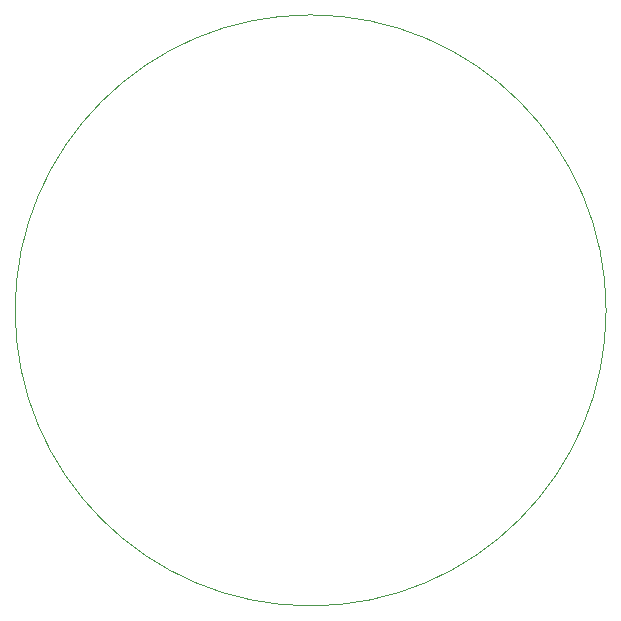
<source format=gbr>
%TF.GenerationSoftware,KiCad,Pcbnew,(5.1.9-0-10_14)*%
%TF.CreationDate,2021-06-06T22:43:36+01:00*%
%TF.ProjectId,gu10-12v-lamp,67753130-2d31-4327-962d-6c616d702e6b,rev?*%
%TF.SameCoordinates,Original*%
%TF.FileFunction,Profile,NP*%
%FSLAX46Y46*%
G04 Gerber Fmt 4.6, Leading zero omitted, Abs format (unit mm)*
G04 Created by KiCad (PCBNEW (5.1.9-0-10_14)) date 2021-06-06 22:43:36*
%MOMM*%
%LPD*%
G01*
G04 APERTURE LIST*
%TA.AperFunction,Profile*%
%ADD10C,0.050000*%
%TD*%
G04 APERTURE END LIST*
D10*
X175019992Y-100000000D02*
G75*
G03*
X175019992Y-100000000I-25019992J0D01*
G01*
M02*

</source>
